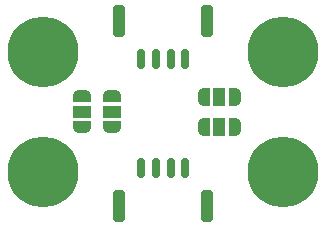
<source format=gbr>
%TF.GenerationSoftware,KiCad,Pcbnew,7.0.7-7.0.7~ubuntu23.04.1*%
%TF.CreationDate,2023-09-23T00:40:23+00:00*%
%TF.ProjectId,TEMPSEN01,54454d50-5345-44e3-9031-2e6b69636164,rev?*%
%TF.SameCoordinates,Original*%
%TF.FileFunction,Soldermask,Bot*%
%TF.FilePolarity,Negative*%
%FSLAX46Y46*%
G04 Gerber Fmt 4.6, Leading zero omitted, Abs format (unit mm)*
G04 Created by KiCad (PCBNEW 7.0.7-7.0.7~ubuntu23.04.1) date 2023-09-23 00:40:23*
%MOMM*%
%LPD*%
G01*
G04 APERTURE LIST*
G04 Aperture macros list*
%AMRoundRect*
0 Rectangle with rounded corners*
0 $1 Rounding radius*
0 $2 $3 $4 $5 $6 $7 $8 $9 X,Y pos of 4 corners*
0 Add a 4 corners polygon primitive as box body*
4,1,4,$2,$3,$4,$5,$6,$7,$8,$9,$2,$3,0*
0 Add four circle primitives for the rounded corners*
1,1,$1+$1,$2,$3*
1,1,$1+$1,$4,$5*
1,1,$1+$1,$6,$7*
1,1,$1+$1,$8,$9*
0 Add four rect primitives between the rounded corners*
20,1,$1+$1,$2,$3,$4,$5,0*
20,1,$1+$1,$4,$5,$6,$7,0*
20,1,$1+$1,$6,$7,$8,$9,0*
20,1,$1+$1,$8,$9,$2,$3,0*%
%AMFreePoly0*
4,1,19,0.550000,-0.750000,0.000000,-0.750000,0.000000,-0.744911,-0.071157,-0.744911,-0.207708,-0.704816,-0.327430,-0.627875,-0.420627,-0.520320,-0.479746,-0.390866,-0.500000,-0.250000,-0.500000,0.250000,-0.479746,0.390866,-0.420627,0.520320,-0.327430,0.627875,-0.207708,0.704816,-0.071157,0.744911,0.000000,0.744911,0.000000,0.750000,0.550000,0.750000,0.550000,-0.750000,0.550000,-0.750000,
$1*%
%AMFreePoly1*
4,1,19,0.000000,0.744911,0.071157,0.744911,0.207708,0.704816,0.327430,0.627875,0.420627,0.520320,0.479746,0.390866,0.500000,0.250000,0.500000,-0.250000,0.479746,-0.390866,0.420627,-0.520320,0.327430,-0.627875,0.207708,-0.704816,0.071157,-0.744911,0.000000,-0.744911,0.000000,-0.750000,-0.550000,-0.750000,-0.550000,0.750000,0.000000,0.750000,0.000000,0.744911,0.000000,0.744911,
$1*%
G04 Aperture macros list end*
%ADD10C,6.000000*%
%ADD11RoundRect,0.150000X0.150000X0.700000X-0.150000X0.700000X-0.150000X-0.700000X0.150000X-0.700000X0*%
%ADD12RoundRect,0.250000X0.250000X1.100000X-0.250000X1.100000X-0.250000X-1.100000X0.250000X-1.100000X0*%
%ADD13FreePoly0,90.000000*%
%ADD14R,1.500000X1.000000*%
%ADD15FreePoly1,90.000000*%
%ADD16FreePoly0,180.000000*%
%ADD17R,1.000000X1.500000*%
%ADD18FreePoly1,180.000000*%
%ADD19FreePoly0,270.000000*%
%ADD20FreePoly1,270.000000*%
%ADD21RoundRect,0.150000X-0.150000X-0.700000X0.150000X-0.700000X0.150000X0.700000X-0.150000X0.700000X0*%
%ADD22RoundRect,0.250000X-0.250000X-1.100000X0.250000X-1.100000X0.250000X1.100000X-0.250000X1.100000X0*%
G04 APERTURE END LIST*
D10*
%TO.C,M2*%
X121920000Y-66040000D03*
%TD*%
%TO.C,M3*%
X101600000Y-76200000D03*
%TD*%
%TO.C,M4*%
X121920000Y-76200000D03*
%TD*%
%TO.C,M1*%
X101600000Y-66040000D03*
%TD*%
D11*
%TO.C,J1*%
X113635000Y-75874000D03*
X112385000Y-75874000D03*
X111135000Y-75874000D03*
X109885000Y-75874000D03*
D12*
X115485000Y-79074000D03*
X108035000Y-79074000D03*
%TD*%
D13*
%TO.C,JP2*%
X104902000Y-72420000D03*
D14*
X104902000Y-71120000D03*
D15*
X104902000Y-69820000D03*
%TD*%
D16*
%TO.C,JP4*%
X117805200Y-69850000D03*
D17*
X116505200Y-69850000D03*
D18*
X115205200Y-69850000D03*
%TD*%
D19*
%TO.C,JP1*%
X107426500Y-69820000D03*
D14*
X107426500Y-71120000D03*
D20*
X107426500Y-72420000D03*
%TD*%
D16*
%TO.C,JP3*%
X117809800Y-72415400D03*
D17*
X116509800Y-72415400D03*
D18*
X115209800Y-72415400D03*
%TD*%
D21*
%TO.C,J2*%
X109885000Y-66620000D03*
X111135000Y-66620000D03*
X112385000Y-66620000D03*
X113635000Y-66620000D03*
D22*
X108035000Y-63420000D03*
X115485000Y-63420000D03*
%TD*%
M02*

</source>
